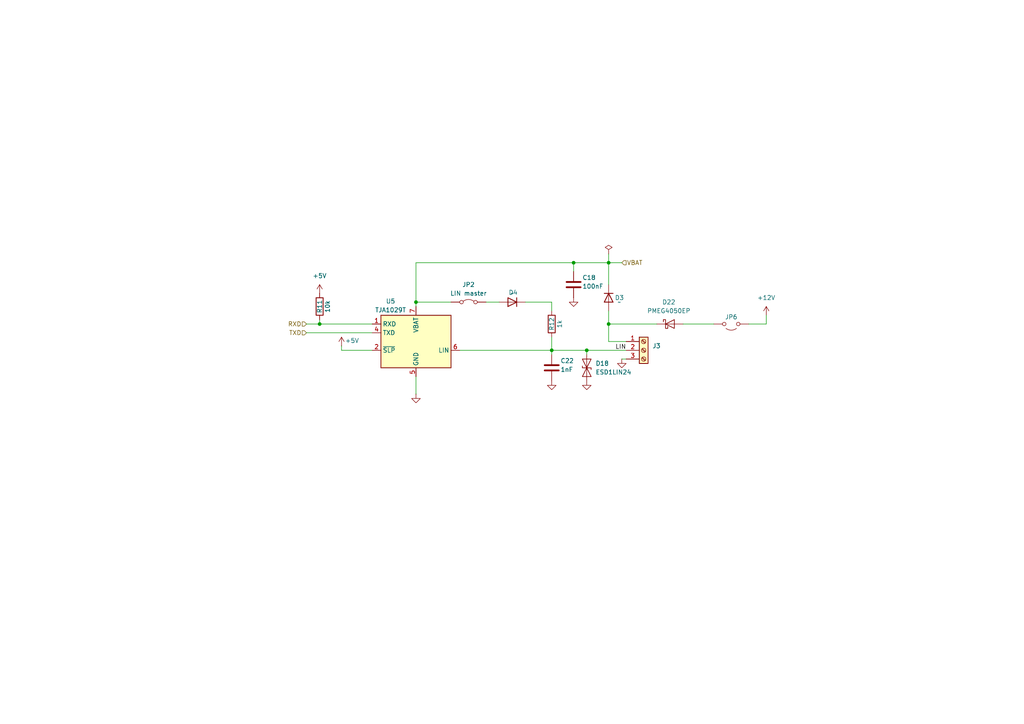
<source format=kicad_sch>
(kicad_sch (version 20231120) (generator "eeschema") (generator_version "8.0")
  (paper "A4")
  (title_block (title "FTDI Quad LIN"))
  (lib_symbols
    (symbol "Connector:Screw_Terminal_01x03" (pin_names (offset 1.016) hide)
      (property "Reference" "J" (at 0 5.08 0))
      (property "Value" "Screw_Terminal_01x03" (at 0 -5.08 0))
      (symbol "Screw_Terminal_01x03_1_1"
        (rectangle (start -1.27 3.81) (end 1.27 -3.81) (stroke (width 0.254)) (fill (type background)))
        (circle (center 0 -2.54) (radius 0.635) (stroke (width 0.1524)))
        (polyline (pts (xy -0.5334 -2.2098) (xy 0.3302 -3.048)) (stroke (width 0.1524)))
        (polyline (pts (xy -0.5334 0.3302) (xy 0.3302 -0.508)) (stroke (width 0.1524)))
        (polyline (pts (xy -0.5334 2.8702) (xy 0.3302 2.032)) (stroke (width 0.1524)))
        (polyline (pts (xy -0.3556 -2.032) (xy 0.508 -2.8702)) (stroke (width 0.1524)))
        (polyline (pts (xy -0.3556 0.508) (xy 0.508 -0.3302)) (stroke (width 0.1524)))
        (polyline (pts (xy -0.3556 3.048) (xy 0.508 2.2098)) (stroke (width 0.1524)))
        (circle (center 0 0) (radius 0.635) (stroke (width 0.1524)))
        (circle (center 0 2.54) (radius 0.635) (stroke (width 0.1524)))
        (pin passive line (at -5.08 2.54 0) (length 3.81) (name "Pin_1") (number "1"))
        (pin passive line (at -5.08 0 0) (length 3.81) (name "Pin_2") (number "2"))
        (pin passive line (at -5.08 -2.54 0) (length 3.81) (name "Pin_3") (number "3"))
      )
    )
    (symbol "Device:C" (pin_numbers hide) (pin_names (offset 0.254))
      (property "Reference" "C" (at 0.635 2.54 0))
      (property "Value" "C" (at 0.635 -2.54 0))
      (symbol "C_0_1"
        (polyline (pts (xy -2.032 -0.762) (xy 2.032 -0.762)) (stroke (width 0.508)))
        (polyline (pts (xy -2.032 0.762) (xy 2.032 0.762)) (stroke (width 0.508)))
      )
      (symbol "C_1_1"
        (pin passive line (at 0 3.81 270) (length 2.794) (name "~") (number "1"))
        (pin passive line (at 0 -3.81 90) (length 2.794) (name "~") (number "2"))
      )
    )
    (symbol "Device:D" (pin_numbers hide) (pin_names (offset 1.016) hide)
      (property "Reference" "D" (at 0 2.54 0))
      (property "Value" "D" (at 0 -2.54 0))
      (symbol "D_0_1"
        (polyline (pts (xy -1.27 1.27) (xy -1.27 -1.27)) (stroke (width 0.254)))
        (polyline (pts (xy 1.27 0) (xy -1.27 0)))
        (polyline (pts (xy 1.27 1.27) (xy 1.27 -1.27) (xy -1.27 0) (xy 1.27 1.27)) (stroke (width 0.254)))
      )
      (symbol "D_1_1"
        (pin passive line (at -3.81 0 0) (length 2.54) (name "K") (number "1"))
        (pin passive line (at 3.81 0 180) (length 2.54) (name "A") (number "2"))
      )
    )
    (symbol "Device:R" (pin_numbers hide) (pin_names (offset 0))
      (property "Reference" "R" (at 2.032 0 90))
      (property "Value" "R" (at 0 0 90))
      (symbol "R_0_1"
        (rectangle (start -1.016 -2.54) (end 1.016 2.54) (stroke (width 0.254)))
      )
      (symbol "R_1_1"
        (pin passive line (at 0 3.81 270) (length 1.27) (name "~") (number "1"))
        (pin passive line (at 0 -3.81 90) (length 1.27) (name "~") (number "2"))
      )
    )
    (symbol "Diode:PMEG4010ER" (pin_numbers hide) (pin_names hide)
      (property "Reference" "D" (at 0 2.54 0))
      (property "Value" "PMEG4010ER" (at 0 -2.54 0))
      (symbol "PMEG4010ER_0_1"
        (polyline (pts (xy 1.27 0) (xy -1.27 0)))
        (polyline (pts (xy 1.27 1.27) (xy 1.27 -1.27) (xy -1.27 0) (xy 1.27 1.27)) (stroke (width 0.2032)))
        (polyline (pts (xy -1.905 0.635) (xy -1.905 1.27) (xy -1.27 1.27) (xy -1.27 -1.27) (xy -0.635 -1.27) (xy -0.635 -0.635)) (stroke (width 0.2032)))
      )
      (symbol "PMEG4010ER_1_1"
        (pin passive line (at -3.81 0 0) (length 2.54) (name "K") (number "1"))
        (pin passive line (at 3.81 0 180) (length 2.54) (name "A") (number "2"))
      )
    )
    (symbol "Diode:SD05_SOD323" (pin_numbers hide) (pin_names (offset 1.016) hide)
      (property "Reference" "D" (at 0 2.54 0))
      (property "Value" "SD05_SOD323" (at 0 -2.54 0))
      (symbol "SD05_SOD323_0_1"
        (polyline (pts (xy 1.27 0) (xy -1.27 0)))
        (polyline (pts (xy -2.54 -1.27) (xy 0 0) (xy -2.54 1.27) (xy -2.54 -1.27)) (stroke (width 0.2032)))
        (polyline (pts (xy 0.508 1.27) (xy 0 1.27) (xy 0 -1.27) (xy -0.508 -1.27)) (stroke (width 0.2032)))
        (polyline (pts (xy 2.54 1.27) (xy 2.54 -1.27) (xy 0 0) (xy 2.54 1.27)) (stroke (width 0.2032)))
      )
      (symbol "SD05_SOD323_1_1"
        (pin passive line (at -3.81 0 0) (length 2.54) (name "A1") (number "1"))
        (pin passive line (at 3.81 0 180) (length 2.54) (name "A2") (number "2"))
      )
    )
    (symbol "Interface_CAN_LIN:TJA1029T"
      (property "Reference" "U" (at -10.16 8.89 0))
      (property "Value" "TJA1029T" (at 1.27 8.89 0))
      (symbol "TJA1029T_0_1"
        (rectangle (start -10.16 7.62) (end 10.16 -7.62) (stroke (width 0.254)) (fill (type background)))
      )
      (symbol "TJA1029T_1_1"
        (pin open_collector line (at -12.7 5.08 0) (length 2.54) (name "RXD") (number "1"))
        (pin input line (at -12.7 -2.54 0) (length 2.54) (name "~{SLP}") (number "2"))
        (pin no_connect line (at -10.16 -5.08 0) (length 2.54) hide (name "NC") (number "3"))
        (pin input line (at -12.7 2.54 0) (length 2.54) (name "TXD") (number "4"))
        (pin power_in line (at 0 -10.16 90) (length 2.54) (name "GND") (number "5"))
        (pin bidirectional line (at 12.7 -2.54 180) (length 2.54) (name "LIN") (number "6"))
        (pin power_in line (at 0 10.16 270) (length 2.54) (name "VBAT") (number "7"))
        (pin no_connect line (at 10.16 2.54 180) (length 2.54) hide (name "NC") (number "8"))
      )
    )
    (symbol "Jumper:Jumper_2_Bridged" (pin_numbers hide) (pin_names (offset 0) hide) (exclude_from_sim yes)
      (property "Reference" "JP" (at 0 1.905 0))
      (property "Value" "Jumper_2_Bridged" (at 0 -2.54 0))
      (symbol "Jumper_2_Bridged_0_0"
        (circle (center -2.032 0) (radius 0.508))
        (circle (center 2.032 0) (radius 0.508))
      )
      (symbol "Jumper_2_Bridged_0_1"
        (arc (start 1.524 0.254) (mid 0 0.762) (end -1.524 0.254))
      )
      (symbol "Jumper_2_Bridged_1_1"
        (pin passive line (at -5.08 0 0) (length 2.54) (name "A") (number "1"))
        (pin passive line (at 5.08 0 180) (length 2.54) (name "B") (number "2"))
      )
    )
    (symbol "Jumper:Jumper_2_Open" (pin_numbers hide) (pin_names (offset 0) hide) (exclude_from_sim yes)
      (property "Reference" "JP" (at 0 2.794 0))
      (property "Value" "Jumper_2_Open" (at 0 -2.286 0))
      (symbol "Jumper_2_Open_0_0"
        (circle (center -2.032 0) (radius 0.508))
        (circle (center 2.032 0) (radius 0.508))
      )
      (symbol "Jumper_2_Open_0_1"
        (arc (start 1.524 1.27) (mid 0 1.778) (end -1.524 1.27))
      )
      (symbol "Jumper_2_Open_1_1"
        (pin passive line (at -5.08 0 0) (length 2.54) (name "A") (number "1"))
        (pin passive line (at 5.08 0 180) (length 2.54) (name "B") (number "2"))
      )
    )
    (symbol "power:+12V" (power) (pin_numbers hide) (pin_names (offset 0) hide)
      (property "Value" "+12V" (at 0 3.556 0))
      (symbol "+12V_0_1"
        (polyline (pts (xy -0.762 1.27) (xy 0 2.54)))
        (polyline (pts (xy 0 0) (xy 0 2.54)))
        (polyline (pts (xy 0 2.54) (xy 0.762 1.27)))
      )
      (symbol "+12V_1_1"
        (pin power_in line (at 0 0 90) (length 0) (name "~") (number "1"))
      )
    )
    (symbol "power:+5V" (power) (pin_numbers hide) (pin_names (offset 0) hide)
      (property "Value" "+5V" (at 0 3.556 0))
      (symbol "+5V_0_1"
        (polyline (pts (xy -0.762 1.27) (xy 0 2.54)))
        (polyline (pts (xy 0 0) (xy 0 2.54)))
        (polyline (pts (xy 0 2.54) (xy 0.762 1.27)))
      )
      (symbol "+5V_1_1"
        (pin power_in line (at 0 0 90) (length 0) (name "~") (number "1"))
      )
    )
    (symbol "power:GND" (power) (pin_numbers hide) (pin_names (offset 0) hide)
      (property "Value" "GND" (at 0 -3.81 0))
      (symbol "GND_0_1"
        (polyline (pts (xy 0 0) (xy 0 -1.27) (xy 1.27 -1.27) (xy 0 -2.54) (xy -1.27 -1.27) (xy 0 -1.27)))
      )
      (symbol "GND_1_1"
        (pin power_in line (at 0 0 270) (length 0) (name "~") (number "1"))
      )
    )
    (symbol "power:PWR_FLAG" (power) (pin_numbers hide) (pin_names (offset 0) hide)
      (property "Value" "PWR_FLAG" (at 0 3.81 0))
      (symbol "PWR_FLAG_0_0"
        (pin power_out line (at 0 0 90) (length 0) (name "~") (number "1"))
      )
      (symbol "PWR_FLAG_0_1"
        (polyline (pts (xy 0 0) (xy 0 1.27) (xy -1.016 1.905) (xy 0 2.54) (xy 1.016 1.905) (xy 0 1.27)))
      )
    )
  )
  (junction (at 166.37 76.2))
  (junction (at 176.53 93.98))
  (junction (at 176.53 76.2))
  (junction (at 92.71 93.98))
  (junction (at 120.65 87.63))
  (junction (at 160.02 101.6))
  (junction (at 170.18 101.6))
  (wire (pts (xy 160.02 101.6) (xy 170.18 101.6)))
  (wire (pts (xy 120.65 87.63) (xy 120.65 88.9)))
  (wire (pts (xy 107.95 93.98) (xy 92.71 93.98)))
  (wire (pts (xy 170.18 101.6) (xy 181.61 101.6)))
  (wire (pts (xy 140.97 87.63) (xy 144.78 87.63)))
  (wire (pts (xy 107.95 101.6) (xy 99.06 101.6)))
  (wire (pts (xy 176.53 99.06) (xy 176.53 93.98)))
  (wire (pts (xy 120.65 76.2) (xy 120.65 87.63)))
  (wire (pts (xy 176.53 82.55) (xy 176.53 76.2)))
  (wire (pts (xy 181.61 104.14) (xy 180.34 104.14)))
  (wire (pts (xy 120.65 109.22) (xy 120.65 114.3)))
  (wire (pts (xy 160.02 97.79) (xy 160.02 101.6)))
  (wire (pts (xy 88.9 93.98) (xy 92.71 93.98)))
  (wire (pts (xy 120.65 87.63) (xy 130.81 87.63)))
  (wire (pts (xy 133.35 101.6) (xy 160.02 101.6)))
  (wire (pts (xy 92.71 93.98) (xy 92.71 92.71)))
  (wire (pts (xy 176.53 90.17) (xy 176.53 93.98)))
  (wire (pts (xy 170.18 102.87) (xy 170.18 101.6)))
  (wire (pts (xy 176.53 76.2) (xy 180.34 76.2)))
  (wire (pts (xy 166.37 76.2) (xy 176.53 76.2)))
  (wire (pts (xy 222.25 93.98) (xy 217.17 93.98)))
  (wire (pts (xy 222.25 91.44) (xy 222.25 93.98)))
  (wire (pts (xy 152.4 87.63) (xy 160.02 87.63)))
  (wire (pts (xy 160.02 87.63) (xy 160.02 90.17)))
  (wire (pts (xy 166.37 76.2) (xy 166.37 78.74)))
  (wire (pts (xy 160.02 101.6) (xy 160.02 102.87)))
  (wire (pts (xy 198.12 93.98) (xy 207.01 93.98)))
  (wire (pts (xy 176.53 93.98) (xy 190.5 93.98)))
  (wire (pts (xy 88.9 96.52) (xy 107.95 96.52)))
  (wire (pts (xy 120.65 76.2) (xy 166.37 76.2)))
  (wire (pts (xy 176.53 73.66) (xy 176.53 76.2)))
  (wire (pts (xy 99.06 101.6) (xy 99.06 100.33)))
  (wire (pts (xy 181.61 99.06) (xy 176.53 99.06)))
  (label "LIN" (at 181.61 101.6 180))
  (hierarchical_label "VBAT" (shape input) (at 180.34 76.2 0))
  (hierarchical_label "RXD" (shape input) (at 88.9 93.98 180))
  (hierarchical_label "TXD" (shape input) (at 88.9 96.52 180))
  (symbol (lib_id "power:GND") (at 180.34 104.14 0) (unit 1)
    (property "Reference" "#PWR059" (effects (hide yes)))
    (property "Value" "GND" (effects (hide yes)))
    (property "Description" "Power symbol creates a global label with name \"GND\" , ground" (effects (hide yes)))
    (instances (project "lin_hw" (path "" (reference "#PWR059") (unit 1)) (path "" (reference "#PWR071") (unit 1)) (path "" (reference "#PWR065") (unit 1)) (path "" (reference "#PWR053") (unit 1))))
  )
  (symbol (lib_id "Device:R") (at 92.71 88.9 0) (unit 1)
    (property "Reference" "R11" (at 92.71 88.9 90))
    (property "Value" "10k" (at 94.996 88.9 90))
    (property "Footprint" "Resistor_SMD:R_0805_2012Metric" (effects (hide yes)))
    (property "Description" "Resistor" (effects (hide yes)))
    (instances (project "lin_hw" (path "" (reference "R11") (unit 1)) (path "" (reference "R15") (unit 1)) (path "" (reference "R13") (unit 1)) (path "" (reference "R9") (unit 1))))
  )
  (symbol (lib_id "Device:D") (at 176.53 86.36 270) (unit 1)
    (property "Reference" "D3" (at 178.308 86.36 90) (effects (justify left)))
    (property "Value" "~" (at 179.07 87.63 90) (effects (justify left)))
    (property "Footprint" "Diode_SMD:D_SOD-323_HandSoldering" (effects (hide yes)))
    (property "Description" "Diode" (effects (hide yes)))
    (property "Sim.Device" "D" (effects (hide yes)))
    (property "Sim.Pins" "1=K 2=A" (effects (hide yes)))
    (property "manf#" "BAS321,115" (effects (hide yes)))
    (instances (project "lin_hw" (path "" (reference "D3") (unit 1)) (path "" (reference "D7") (unit 1)) (path "" (reference "D5") (unit 1)) (path "" (reference "D1") (unit 1))))
  )
  (symbol (lib_id "power:GND") (at 160.02 110.49 0) (unit 1)
    (property "Reference" "#PWR080" (effects (hide yes)))
    (property "Value" "GND" (effects (hide yes)))
    (property "Description" "Power symbol creates a global label with name \"GND\" , ground" (effects (hide yes)))
    (instances (project "lin_hw" (path "" (reference "#PWR080") (unit 1)) (path "" (reference "#PWR082") (unit 1)) (path "" (reference "#PWR081") (unit 1)) (path "" (reference "#PWR079") (unit 1))))
  )
  (symbol (lib_id "Interface_CAN_LIN:TJA1029T") (at 120.65 99.06 0) (unit 1)
    (property "Reference" "U5" (at 113.284 87.376 0))
    (property "Value" "TJA1029T" (at 113.284 89.916 0))
    (property "Footprint" "Package_SO:SOIC-8_3.9x4.9mm_P1.27mm" (effects (hide yes)))
    (property "Datasheet" "http://www.nxp.com/docs/en/data-sheet/TJA1029.pdf" (effects (hide yes)))
    (property "Description" "LIN 2.2A/SAE J2602 transceiver with TXD dominant timeout, SOIC-8" (effects (hide yes)))
    (property "manf#" "TJA1029T,118" (effects (hide yes)))
    (instances (project "lin_hw" (path "" (reference "U5") (unit 1)) (path "" (reference "U7") (unit 1)) (path "" (reference "U6") (unit 1)) (path "" (reference "U2") (unit 1))))
  )
  (symbol (lib_id "power:GND") (at 170.18 110.49 0) (unit 1)
    (property "Reference" "#PWR0121" (effects (hide yes)))
    (property "Value" "GND" (effects (hide yes)))
    (property "Description" "Power symbol creates a global label with name \"GND\" , ground" (effects (hide yes)))
    (instances (project "ftdi_quad_lin" (path "" (reference "#PWR0121") (unit 1)) (path "" (reference "#PWR0123") (unit 1)) (path "" (reference "#PWR0122") (unit 1)) (path "" (reference "#PWR0120") (unit 1))))
  )
  (symbol (lib_id "Device:C") (at 160.02 106.68 0) (unit 1)
    (property "Reference" "C22" (at 162.56 104.648 0) (effects (justify left)))
    (property "Value" "1nF" (at 162.56 107.188 0) (effects (justify left)))
    (property "Footprint" "Capacitor_SMD:C_0805_2012Metric" (effects (hide yes)))
    (property "Description" "Unpolarized capacitor" (effects (hide yes)))
    (instances (project "lin_hw" (path "" (reference "C22") (unit 1)) (path "" (reference "C24") (unit 1)) (path "" (reference "C23") (unit 1)) (path "" (reference "C21") (unit 1))))
  )
  (symbol (lib_id "Diode:PMEG4010ER") (at 194.31 93.98 0) (unit 1)
    (property "Reference" "D22" (at 193.9925 87.63 0))
    (property "Value" "PMEG4050EP" (at 193.9925 90.17 0))
    (property "Footprint" "Diode_SMD:Nexperia_CFP3_SOD-123W" (effects (hide yes)))
    (property "Datasheet" "https://assets.nexperia.com/documents/data-sheet/PMEG4010ER.pdf" (effects (hide yes)))
    (property "Description" "40V, 1A low Vf MEGA Schottky barrier rectifier, SOD-123W" (effects (hide yes)))
    (instances (project "" (path "" (reference "D22") (unit 1)) (path "" (reference "D24") (unit 1)) (path "" (reference "D23") (unit 1)) (path "" (reference "D21") (unit 1))))
  )
  (symbol (lib_id "power:PWR_FLAG") (at 176.53 73.66 0) (unit 1)
    (property "Reference" "#FLG03" (effects (hide yes)))
    (property "Value" "PWR_FLAG" (effects (hide yes)))
    (property "Description" "Special symbol for telling ERC where power comes from" (effects (hide yes)))
    (instances (project "" (path "" (reference "#FLG03") (unit 1)) (path "" (reference "#FLG06") (unit 1)) (path "" (reference "#FLG05") (unit 1)) (path "" (reference "#FLG01") (unit 1))))
  )
  (symbol (lib_id "power:GND") (at 166.37 86.36 0) (unit 1)
    (property "Reference" "#PWR058" (effects (hide yes)))
    (property "Value" "GND" (effects (hide yes)))
    (property "Description" "Power symbol creates a global label with name \"GND\" , ground" (effects (hide yes)))
    (instances (project "lin_hw" (path "" (reference "#PWR058") (unit 1)) (path "" (reference "#PWR070") (unit 1)) (path "" (reference "#PWR064") (unit 1)) (path "" (reference "#PWR052") (unit 1))))
  )
  (symbol (lib_id "Jumper:Jumper_2_Open") (at 212.09 93.98 180) (unit 1) (exclude_from_sim yes)
    (property "Reference" "JP6" (at 212.09 91.948 0))
    (property "Value" "Jumper_2_Open" (effects (hide yes)))
    (property "Footprint" "TestPoint:TestPoint_2Pads_Pitch2.54mm_Drill0.8mm" (effects (hide yes)))
    (property "Description" "Jumper, 2-pole, open" (effects (hide yes)))
    (instances (project "" (path "" (reference "JP6") (unit 1)) (path "" (reference "JP8") (unit 1)) (path "" (reference "JP7") (unit 1)) (path "" (reference "JP5") (unit 1))))
  )
  (symbol (lib_id "Jumper:Jumper_2_Bridged") (at 135.89 87.63 0) (unit 1) (exclude_from_sim yes)
    (property "Reference" "JP2" (at 135.89 82.55 0))
    (property "Value" "LIN master" (at 135.89 85.09 0))
    (property "Footprint" "TestPoint:TestPoint_2Pads_Pitch2.54mm_Drill0.8mm" (effects (hide yes)))
    (property "Description" "Jumper, 2-pole, closed/bridged" (effects (hide yes)))
    (instances (project "lin_hw" (path "" (reference "JP2") (unit 1)) (path "" (reference "JP4") (unit 1)) (path "" (reference "JP3") (unit 1)) (path "" (reference "JP1") (unit 1))))
  )
  (symbol (lib_id "Connector:Screw_Terminal_01x03") (at 186.69 101.6 0) (unit 1)
    (property "Reference" "J3" (at 189.23 100.3299 0) (effects (justify left)))
    (property "Value" "Screw_Terminal_01x03" (effects (hide yes)))
    (property "Footprint" "ftdi_quad_lin:lin_connector" (effects (hide yes)))
    (property "Description" "Generic screw terminal, single row, 01x03, script generated (kicad-library-utils/schlib/autogen/connector/)" (effects (hide yes)))
    (instances (project "lin_hw" (path "" (reference "J3") (unit 1)) (path "" (reference "J5") (unit 1)) (path "" (reference "J4") (unit 1)) (path "" (reference "J2") (unit 1))))
  )
  (symbol (lib_id "power:GND") (at 120.65 114.3 0) (unit 1)
    (property "Reference" "#PWR056" (effects (hide yes)))
    (property "Value" "GND" (effects (hide yes)))
    (property "Description" "Power symbol creates a global label with name \"GND\" , ground" (effects (hide yes)))
    (instances (project "lin_hw" (path "" (reference "#PWR056") (unit 1)) (path "" (reference "#PWR068") (unit 1)) (path "" (reference "#PWR062") (unit 1)) (path "" (reference "#PWR050") (unit 1))))
  )
  (symbol (lib_id "Device:C") (at 166.37 82.55 0) (unit 1)
    (property "Reference" "C18" (at 168.91 80.518 0) (effects (justify left)))
    (property "Value" "100nF" (at 168.91 83.058 0) (effects (justify left)))
    (property "Footprint" "Capacitor_SMD:C_0805_2012Metric" (effects (hide yes)))
    (property "Description" "Unpolarized capacitor" (effects (hide yes)))
    (instances (project "lin_hw" (path "" (reference "C18") (unit 1)) (path "" (reference "C20") (unit 1)) (path "" (reference "C19") (unit 1)) (path "" (reference "C17") (unit 1))))
  )
  (symbol (lib_id "Diode:SD05_SOD323") (at 170.18 106.68 90) (unit 1)
    (property "Reference" "D18" (at 172.72 105.4099 90) (effects (justify right)))
    (property "Value" "ESD1LIN24" (at 172.72 107.9499 90) (effects (justify right)))
    (property "Footprint" "Diode_SMD:D_SOD-323_HandSoldering" (effects (hide yes)))
    (property "Datasheet" "https://www.ti.com/lit/ds/symlink/esd1lin24.pdf" (effects (hide yes)))
    (property "Description" "ESD1LIN24 24-V, 1-Channel ESD Protection Diode" (effects (hide yes)))
    (instances (project "" (path "" (reference "D18") (unit 1)) (path "" (reference "D20") (unit 1)) (path "" (reference "D19") (unit 1)) (path "" (reference "D9") (unit 1))))
  )
  (symbol (lib_id "Device:R") (at 160.02 93.98 0) (unit 1)
    (property "Reference" "R12" (at 160.02 93.98 90))
    (property "Value" "1k" (at 162.306 93.98 90))
    (property "Footprint" "Resistor_SMD:R_0805_2012Metric" (effects (hide yes)))
    (property "Description" "Resistor" (effects (hide yes)))
    (instances (project "lin_hw" (path "" (reference "R12") (unit 1)) (path "" (reference "R16") (unit 1)) (path "" (reference "R14") (unit 1)) (path "" (reference "R10") (unit 1))))
  )
  (symbol (lib_id "power:+5V") (at 92.71 85.09 0) (unit 1)
    (property "Reference" "#PWR054" (effects (hide yes)))
    (property "Value" "+5V" (at 92.71 80.01 0))
    (property "Description" "Power symbol creates a global label with name \"+5V\"" (effects (hide yes)))
    (instances (project "lin_hw" (path "" (reference "#PWR054") (unit 1)) (path "" (reference "#PWR066") (unit 1)) (path "" (reference "#PWR060") (unit 1)) (path "" (reference "#PWR01") (unit 1))))
  )
  (symbol (lib_id "Device:D") (at 148.59 87.63 180) (unit 1)
    (property "Reference" "D4" (at 148.844 84.836 0))
    (property "Value" "~" (at 148.59 85.09 0))
    (property "Footprint" "Diode_SMD:D_SOD-323_HandSoldering" (effects (hide yes)))
    (property "Description" "Diode" (effects (hide yes)))
    (property "Sim.Device" "D" (effects (hide yes)))
    (property "Sim.Pins" "1=K 2=A" (effects (hide yes)))
    (property "manf#" "BAS321,115" (effects (hide yes)))
    (instances (project "lin_hw" (path "" (reference "D4") (unit 1)) (path "" (reference "D8") (unit 1)) (path "" (reference "D6") (unit 1)) (path "" (reference "D2") (unit 1))))
  )
  (symbol (lib_id "power:+12V") (at 222.25 91.44 0) (unit 1)
    (property "Reference" "#PWR083" (effects (hide yes)))
    (property "Value" "+12V" (at 222.25 86.36 0))
    (property "Description" "Power symbol creates a global label with name \"+12V\"" (effects (hide yes)))
    (instances (project "" (path "" (reference "#PWR083") (unit 1)) (path "" (reference "#PWR085") (unit 1)) (path "" (reference "#PWR084") (unit 1)) (path "" (reference "#PWR069") (unit 1))))
  )
  (symbol (lib_id "power:+5V") (at 99.06 100.33 0) (unit 1)
    (property "Reference" "#PWR055" (effects (hide yes)))
    (property "Value" "+5V" (at 102.108 98.806 0))
    (property "Description" "Power symbol creates a global label with name \"+5V\"" (effects (hide yes)))
    (instances (project "lin_hw" (path "" (reference "#PWR055") (unit 1)) (path "" (reference "#PWR067") (unit 1)) (path "" (reference "#PWR061") (unit 1)) (path "" (reference "#PWR02") (unit 1))))
  )
)
</source>
